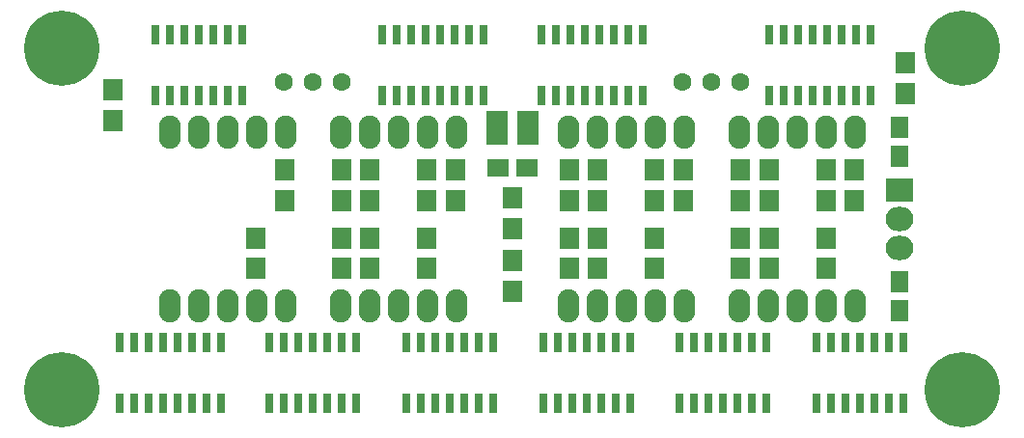
<source format=gbs>
G04 #@! TF.FileFunction,Soldermask,Bot*
%FSLAX46Y46*%
G04 Gerber Fmt 4.6, Leading zero omitted, Abs format (unit mm)*
G04 Created by KiCad (PCBNEW 4.0.4-1.fc25-product) date Sun Apr  2 21:22:26 2017*
%MOMM*%
%LPD*%
G01*
G04 APERTURE LIST*
%ADD10C,0.100000*%
%ADD11R,1.700000X1.900000*%
%ADD12C,6.600000*%
%ADD13R,0.740000X1.690000*%
%ADD14C,1.600000*%
%ADD15R,1.900000X1.650000*%
%ADD16R,2.432000X2.127200*%
%ADD17O,2.432000X2.127200*%
%ADD18O,1.924000X2.924000*%
%ADD19R,1.960000X1.050000*%
%ADD20R,1.650000X1.900000*%
G04 APERTURE END LIST*
D10*
D11*
X142500000Y-97650000D03*
X142500000Y-100350000D03*
X142500000Y-94350000D03*
X142500000Y-91650000D03*
D12*
X194500000Y-111000000D03*
X115500000Y-111000000D03*
X115500000Y-81000000D03*
D13*
X181690000Y-106800000D03*
X182960000Y-106800000D03*
X184230000Y-106800000D03*
X185500000Y-106800000D03*
X186770000Y-106800000D03*
X188040000Y-106800000D03*
X189310000Y-106800000D03*
X189310000Y-112200000D03*
X188040000Y-112200000D03*
X185500000Y-112200000D03*
X184230000Y-112200000D03*
X182960000Y-112200000D03*
X181690000Y-112200000D03*
X186770000Y-112200000D03*
X123690000Y-79800000D03*
X124960000Y-79800000D03*
X126230000Y-79800000D03*
X127500000Y-79800000D03*
X128770000Y-79800000D03*
X130040000Y-79800000D03*
X131310000Y-79800000D03*
X131310000Y-85200000D03*
X130040000Y-85200000D03*
X127500000Y-85200000D03*
X126230000Y-85200000D03*
X124960000Y-85200000D03*
X123690000Y-85200000D03*
X128770000Y-85200000D03*
X166445000Y-85200000D03*
X165175000Y-85200000D03*
X163905000Y-85200000D03*
X162635000Y-85200000D03*
X161365000Y-85200000D03*
X160095000Y-85200000D03*
X158825000Y-85200000D03*
X157555000Y-85200000D03*
X157555000Y-79800000D03*
X160095000Y-79800000D03*
X161365000Y-79800000D03*
X162635000Y-79800000D03*
X163905000Y-79800000D03*
X158825000Y-79800000D03*
X165175000Y-79800000D03*
X166445000Y-79800000D03*
D14*
X175040000Y-84000000D03*
X172500000Y-84000000D03*
X169960000Y-84000000D03*
D15*
X156250000Y-91500000D03*
X153750000Y-91500000D03*
D16*
X189000000Y-93460000D03*
D17*
X189000000Y-96000000D03*
X189000000Y-98540000D03*
D11*
X189500000Y-84950000D03*
X189500000Y-82250000D03*
X120000000Y-84650000D03*
X120000000Y-87350000D03*
X135000000Y-94350000D03*
X135000000Y-91650000D03*
X132500000Y-97650000D03*
X132500000Y-100350000D03*
X147500000Y-94350000D03*
X147500000Y-91650000D03*
X150000000Y-94350000D03*
X150000000Y-91650000D03*
X147500000Y-97650000D03*
X147500000Y-100350000D03*
X140000000Y-97650000D03*
X140000000Y-100350000D03*
X140000000Y-94350000D03*
X140000000Y-91650000D03*
X155000000Y-94150000D03*
X155000000Y-96850000D03*
X155000000Y-99650000D03*
X155000000Y-102350000D03*
X167500000Y-94350000D03*
X167500000Y-91650000D03*
X170000000Y-94350000D03*
X170000000Y-91650000D03*
X167500000Y-97650000D03*
X167500000Y-100350000D03*
X162500000Y-97650000D03*
X162500000Y-100350000D03*
X160000000Y-97650000D03*
X160000000Y-100350000D03*
X162500000Y-94350000D03*
X162500000Y-91650000D03*
X160000000Y-94350000D03*
X160000000Y-91650000D03*
X182500000Y-94350000D03*
X182500000Y-91650000D03*
X185000000Y-94350000D03*
X185000000Y-91650000D03*
X182500000Y-97650000D03*
X182500000Y-100350000D03*
X177500000Y-97650000D03*
X177500000Y-100350000D03*
X175000000Y-97650000D03*
X175000000Y-100350000D03*
X177500000Y-94350000D03*
X177500000Y-91650000D03*
X175000000Y-94350000D03*
X175000000Y-91650000D03*
D18*
X124920000Y-103620000D03*
X127460000Y-103620000D03*
X130000000Y-103620000D03*
X132540000Y-103620000D03*
X135080000Y-103620000D03*
X135080000Y-88380000D03*
X132540000Y-88380000D03*
X130000000Y-88380000D03*
X127460000Y-88380000D03*
X124920000Y-88380000D03*
X139920000Y-103620000D03*
X142460000Y-103620000D03*
X145000000Y-103620000D03*
X147540000Y-103620000D03*
X150080000Y-103620000D03*
X150080000Y-88380000D03*
X147540000Y-88380000D03*
X145000000Y-88380000D03*
X142460000Y-88380000D03*
X139920000Y-88380000D03*
X159920000Y-103620000D03*
X162460000Y-103620000D03*
X165000000Y-103620000D03*
X167540000Y-103620000D03*
X170080000Y-103620000D03*
X170080000Y-88380000D03*
X167540000Y-88380000D03*
X165000000Y-88380000D03*
X162460000Y-88380000D03*
X159920000Y-88380000D03*
X174920000Y-103620000D03*
X177460000Y-103620000D03*
X180000000Y-103620000D03*
X182540000Y-103620000D03*
X185080000Y-103620000D03*
X185080000Y-88380000D03*
X182540000Y-88380000D03*
X180000000Y-88380000D03*
X177460000Y-88380000D03*
X174920000Y-88380000D03*
D14*
X140040000Y-84000000D03*
X137500000Y-84000000D03*
X134960000Y-84000000D03*
D13*
X169690000Y-106800000D03*
X170960000Y-106800000D03*
X172230000Y-106800000D03*
X173500000Y-106800000D03*
X174770000Y-106800000D03*
X176040000Y-106800000D03*
X177310000Y-106800000D03*
X177310000Y-112200000D03*
X176040000Y-112200000D03*
X173500000Y-112200000D03*
X172230000Y-112200000D03*
X170960000Y-112200000D03*
X169690000Y-112200000D03*
X174770000Y-112200000D03*
D19*
X153650000Y-88950000D03*
X153650000Y-88000000D03*
X153650000Y-87050000D03*
X156350000Y-87050000D03*
X156350000Y-88950000D03*
X156350000Y-88000000D03*
D13*
X157690000Y-106800000D03*
X158960000Y-106800000D03*
X160230000Y-106800000D03*
X161500000Y-106800000D03*
X162770000Y-106800000D03*
X164040000Y-106800000D03*
X165310000Y-106800000D03*
X165310000Y-112200000D03*
X164040000Y-112200000D03*
X161500000Y-112200000D03*
X160230000Y-112200000D03*
X158960000Y-112200000D03*
X157690000Y-112200000D03*
X162770000Y-112200000D03*
X145690000Y-106800000D03*
X146960000Y-106800000D03*
X148230000Y-106800000D03*
X149500000Y-106800000D03*
X150770000Y-106800000D03*
X152040000Y-106800000D03*
X153310000Y-106800000D03*
X153310000Y-112200000D03*
X152040000Y-112200000D03*
X149500000Y-112200000D03*
X148230000Y-112200000D03*
X146960000Y-112200000D03*
X145690000Y-112200000D03*
X150770000Y-112200000D03*
X141310000Y-112200000D03*
X140040000Y-112200000D03*
X138770000Y-112200000D03*
X137500000Y-112200000D03*
X136230000Y-112200000D03*
X134960000Y-112200000D03*
X133690000Y-112200000D03*
X133690000Y-106800000D03*
X134960000Y-106800000D03*
X137500000Y-106800000D03*
X138770000Y-106800000D03*
X140040000Y-106800000D03*
X141310000Y-106800000D03*
X136230000Y-106800000D03*
X152445000Y-85200000D03*
X151175000Y-85200000D03*
X149905000Y-85200000D03*
X148635000Y-85200000D03*
X147365000Y-85200000D03*
X146095000Y-85200000D03*
X144825000Y-85200000D03*
X143555000Y-85200000D03*
X143555000Y-79800000D03*
X146095000Y-79800000D03*
X147365000Y-79800000D03*
X148635000Y-79800000D03*
X149905000Y-79800000D03*
X144825000Y-79800000D03*
X151175000Y-79800000D03*
X152445000Y-79800000D03*
X186445000Y-85200000D03*
X185175000Y-85200000D03*
X183905000Y-85200000D03*
X182635000Y-85200000D03*
X181365000Y-85200000D03*
X180095000Y-85200000D03*
X178825000Y-85200000D03*
X177555000Y-85200000D03*
X177555000Y-79800000D03*
X180095000Y-79800000D03*
X181365000Y-79800000D03*
X182635000Y-79800000D03*
X183905000Y-79800000D03*
X178825000Y-79800000D03*
X185175000Y-79800000D03*
X186445000Y-79800000D03*
X129445000Y-112200000D03*
X128175000Y-112200000D03*
X126905000Y-112200000D03*
X125635000Y-112200000D03*
X124365000Y-112200000D03*
X123095000Y-112200000D03*
X121825000Y-112200000D03*
X120555000Y-112200000D03*
X120555000Y-106800000D03*
X123095000Y-106800000D03*
X124365000Y-106800000D03*
X125635000Y-106800000D03*
X126905000Y-106800000D03*
X121825000Y-106800000D03*
X128175000Y-106800000D03*
X129445000Y-106800000D03*
D20*
X189000000Y-104040000D03*
X189000000Y-101540000D03*
X189000000Y-90460000D03*
X189000000Y-87960000D03*
D12*
X194500000Y-81000000D03*
M02*

</source>
